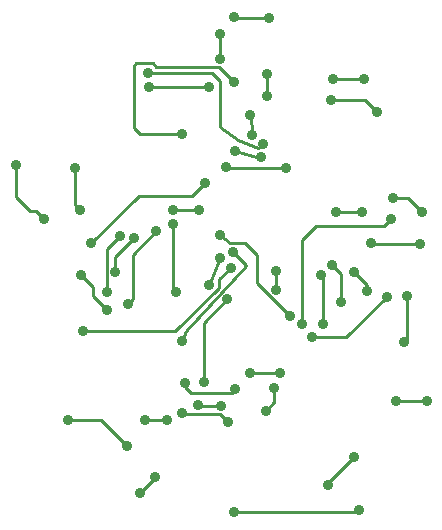
<source format=gbl>
G04 (created by PCBNEW (25-Oct-2014 BZR 4029)-stable) date Thu 30 Jul 2015 11:12:18 AM EDT*
%MOIN*%
G04 Gerber Fmt 3.4, Leading zero omitted, Abs format*
%FSLAX34Y34*%
G01*
G70*
G90*
G04 APERTURE LIST*
%ADD10C,0.00393701*%
%ADD11C,0.035*%
%ADD12C,0.01*%
G04 APERTURE END LIST*
G54D10*
G54D11*
X51889Y-42677D03*
X54881Y-39173D03*
X47047Y-39566D03*
X46102Y-42007D03*
X47913Y-36338D03*
X49645Y-34606D03*
X47598Y-38858D03*
X48464Y-38858D03*
X52874Y-35196D03*
X54409Y-35590D03*
X50748Y-34330D03*
X50748Y-35078D03*
X50787Y-32480D03*
X49645Y-32440D03*
X49645Y-48937D03*
X53818Y-48858D03*
X48661Y-37952D03*
X44881Y-39960D03*
X52244Y-43110D03*
X54724Y-41771D03*
X50708Y-45551D03*
X50984Y-44803D03*
X55314Y-43267D03*
X55393Y-41732D03*
X55826Y-40000D03*
X54212Y-39960D03*
X42362Y-37362D03*
X43307Y-39173D03*
X45393Y-42204D03*
X44527Y-41023D03*
X55905Y-38937D03*
X54921Y-38464D03*
X53976Y-34488D03*
X52952Y-34488D03*
X56062Y-45236D03*
X55039Y-45236D03*
X44094Y-45866D03*
X46062Y-46732D03*
X47401Y-45866D03*
X46653Y-45866D03*
X47007Y-47755D03*
X46496Y-48307D03*
X47913Y-45629D03*
X49448Y-45944D03*
X47913Y-43228D03*
X49606Y-40275D03*
X46811Y-34763D03*
X48818Y-34763D03*
X49685Y-36889D03*
X50551Y-37086D03*
X46771Y-34291D03*
X50590Y-36653D03*
X49173Y-40472D03*
X48818Y-41377D03*
X47598Y-39330D03*
X47716Y-41614D03*
X44330Y-37480D03*
X44488Y-38858D03*
X47992Y-44645D03*
X49685Y-44842D03*
X50157Y-44291D03*
X51181Y-44291D03*
X48425Y-45354D03*
X49212Y-45393D03*
X50157Y-35708D03*
X50236Y-36377D03*
X54055Y-41574D03*
X53622Y-40944D03*
X53188Y-41929D03*
X52913Y-40708D03*
X52598Y-42677D03*
X52519Y-41023D03*
X52755Y-48031D03*
X53622Y-47086D03*
X51496Y-42401D03*
X49173Y-39685D03*
X48622Y-44606D03*
X49409Y-41850D03*
X45393Y-41614D03*
X45826Y-39724D03*
X44606Y-42913D03*
X49527Y-40787D03*
X49173Y-32992D03*
X49173Y-33818D03*
X53897Y-38937D03*
X53031Y-38937D03*
X51023Y-40905D03*
X51023Y-41535D03*
X51377Y-37480D03*
X49370Y-37440D03*
X45669Y-40944D03*
X46299Y-39803D03*
G54D12*
X51889Y-39881D02*
X51889Y-42677D01*
X52362Y-39409D02*
X51889Y-39881D01*
X54645Y-39409D02*
X52362Y-39409D01*
X54881Y-39173D02*
X54645Y-39409D01*
X46259Y-40354D02*
X47047Y-39566D01*
X46259Y-41850D02*
X46259Y-40354D01*
X46102Y-42007D02*
X46259Y-41850D01*
X46496Y-36338D02*
X47913Y-36338D01*
X46299Y-36141D02*
X46496Y-36338D01*
X46299Y-34055D02*
X46299Y-36141D01*
X46377Y-33976D02*
X46299Y-34055D01*
X46929Y-33976D02*
X46377Y-33976D01*
X47047Y-34094D02*
X46929Y-33976D01*
X49133Y-34094D02*
X47047Y-34094D01*
X49645Y-34606D02*
X49133Y-34094D01*
X47598Y-38858D02*
X48464Y-38858D01*
X54015Y-35196D02*
X52874Y-35196D01*
X54409Y-35590D02*
X54015Y-35196D01*
X50748Y-34330D02*
X50748Y-35078D01*
X49685Y-32480D02*
X50787Y-32480D01*
X49645Y-32440D02*
X49685Y-32480D01*
X53740Y-48937D02*
X49645Y-48937D01*
X53818Y-48858D02*
X53740Y-48937D01*
X48228Y-38385D02*
X48661Y-37952D01*
X46456Y-38385D02*
X48228Y-38385D01*
X44881Y-39960D02*
X46456Y-38385D01*
X53385Y-43110D02*
X52244Y-43110D01*
X54724Y-41771D02*
X53385Y-43110D01*
X50708Y-45551D02*
X50984Y-45275D01*
X50984Y-45275D02*
X50984Y-44803D01*
X55314Y-43267D02*
X55393Y-43188D01*
X55393Y-43188D02*
X55393Y-41732D01*
X54251Y-40000D02*
X55826Y-40000D01*
X54212Y-39960D02*
X54251Y-40000D01*
X42362Y-38425D02*
X42362Y-37362D01*
X42834Y-38897D02*
X42362Y-38425D01*
X43031Y-38897D02*
X42834Y-38897D01*
X43307Y-39173D02*
X43031Y-38897D01*
X44921Y-41732D02*
X45393Y-42204D01*
X44921Y-41417D02*
X44921Y-41732D01*
X44527Y-41023D02*
X44921Y-41417D01*
X55905Y-38937D02*
X55433Y-38464D01*
X55433Y-38464D02*
X54921Y-38464D01*
X53976Y-34488D02*
X52952Y-34488D01*
X55039Y-45236D02*
X56062Y-45236D01*
X45196Y-45866D02*
X44094Y-45866D01*
X46062Y-46732D02*
X45196Y-45866D01*
X46653Y-45866D02*
X47401Y-45866D01*
X47007Y-47795D02*
X47007Y-47755D01*
X46496Y-48307D02*
X47007Y-47795D01*
X47913Y-45629D02*
X47952Y-45669D01*
X47952Y-45669D02*
X49173Y-45669D01*
X49173Y-45669D02*
X49448Y-45944D01*
X48050Y-42900D02*
X47913Y-43228D01*
X50039Y-40748D02*
X48050Y-42900D01*
X50039Y-40708D02*
X50039Y-40748D01*
X49606Y-40275D02*
X50039Y-40708D01*
X48818Y-34763D02*
X46811Y-34763D01*
X50511Y-37125D02*
X49685Y-36889D01*
X50551Y-37086D02*
X50511Y-37125D01*
X48897Y-34291D02*
X46771Y-34291D01*
X49173Y-34566D02*
X48897Y-34291D01*
X49173Y-36102D02*
X49173Y-34566D01*
X49763Y-36535D02*
X49173Y-36102D01*
X50433Y-36811D02*
X49763Y-36535D01*
X50590Y-36653D02*
X50433Y-36811D01*
X48818Y-41377D02*
X49173Y-40472D01*
X47598Y-41496D02*
X47598Y-39330D01*
X47716Y-41614D02*
X47598Y-41496D01*
X44330Y-38700D02*
X44330Y-37480D01*
X44488Y-38858D02*
X44330Y-38700D01*
X47992Y-44763D02*
X47992Y-44645D01*
X48188Y-44960D02*
X47992Y-44763D01*
X49566Y-44960D02*
X48188Y-44960D01*
X49685Y-44842D02*
X49566Y-44960D01*
X51181Y-44291D02*
X50157Y-44291D01*
X48464Y-45393D02*
X48425Y-45354D01*
X49212Y-45393D02*
X48464Y-45393D01*
X50275Y-36338D02*
X50157Y-35708D01*
X50236Y-36377D02*
X50275Y-36338D01*
X54055Y-41377D02*
X54055Y-41574D01*
X53622Y-40944D02*
X54055Y-41377D01*
X53188Y-40984D02*
X53188Y-41929D01*
X52913Y-40708D02*
X53188Y-40984D01*
X52598Y-41102D02*
X52598Y-42677D01*
X52519Y-41023D02*
X52598Y-41102D01*
X52755Y-47952D02*
X52755Y-48031D01*
X53622Y-47086D02*
X52755Y-47952D01*
X50393Y-41299D02*
X51496Y-42401D01*
X50393Y-40354D02*
X50393Y-41299D01*
X50000Y-39960D02*
X50393Y-40354D01*
X49488Y-39960D02*
X50000Y-39960D01*
X49173Y-39685D02*
X49488Y-39960D01*
X48622Y-42637D02*
X48622Y-44606D01*
X49409Y-41850D02*
X48622Y-42637D01*
X45393Y-40157D02*
X45393Y-41614D01*
X45826Y-39724D02*
X45393Y-40157D01*
X47677Y-42913D02*
X44606Y-42913D01*
X49133Y-41456D02*
X47677Y-42913D01*
X49133Y-41181D02*
X49133Y-41456D01*
X49527Y-40787D02*
X49133Y-41181D01*
X49173Y-33818D02*
X49173Y-32992D01*
X53031Y-38937D02*
X53897Y-38937D01*
X51023Y-41535D02*
X51023Y-40905D01*
X49409Y-37480D02*
X51377Y-37480D01*
X49370Y-37440D02*
X49409Y-37480D01*
X45669Y-40433D02*
X45669Y-40944D01*
X46299Y-39803D02*
X45669Y-40433D01*
M02*

</source>
